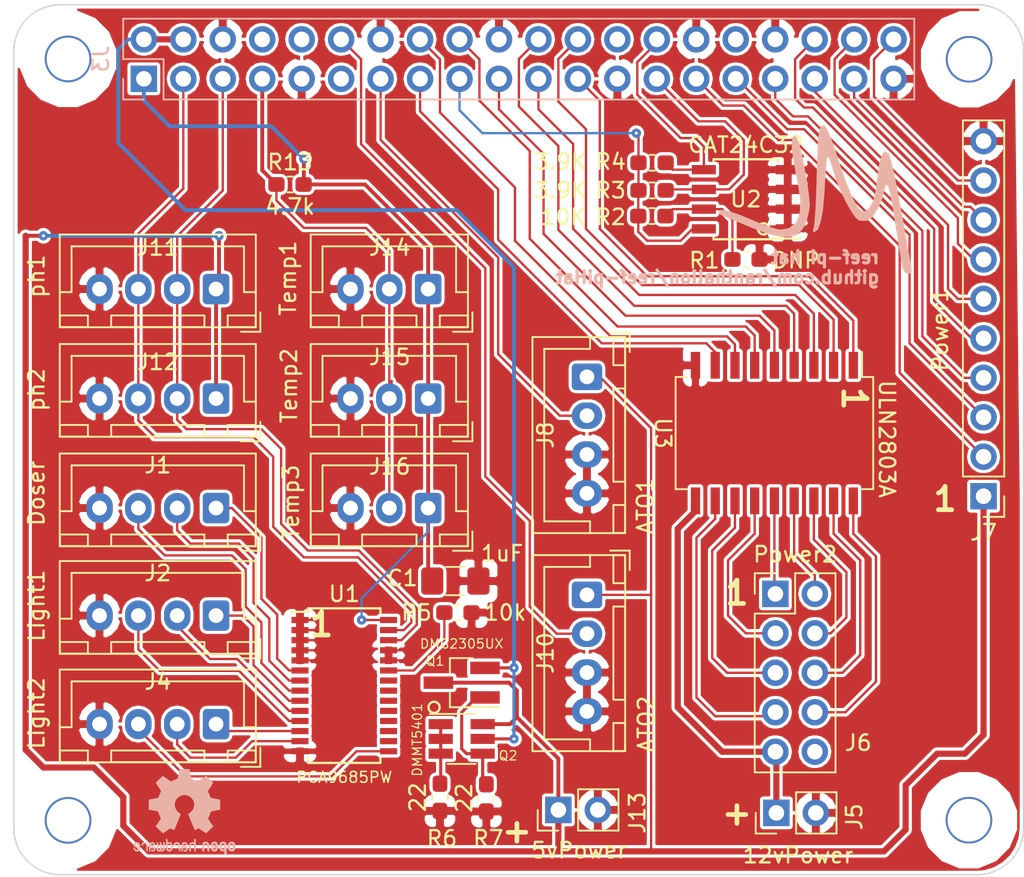
<source format=kicad_pcb>
(kicad_pcb (version 20171130) (host pcbnew "(5.0.1)-3")
  (layers (0 F.Cu signal) (31 B.Cu signal) (34 B.Paste user) (35 F.Paste user) (36 B.SilkS user) (37 F.SilkS user) (38 B.Mask user) (39 F.Mask user) (44 Edge.Cuts user))
  (net 0 "")
  (net 1 GND)
  (net 2 /ID_SD_EEPROM)
  (net 3 /ID_SC_EEPROM)
  (net 4 /P3V3_HAT)
  (net 5 /P5V)
  (net 6 "Net-(J3-Pad8)")
  (net 7 "Net-(J3-Pad10)")
  (net 8 "Net-(J3-Pad26)")
  (net 9 "Net-(J3-Pad32)")
  (net 10 "Net-(J1-Pad3)")
  (net 11 "Net-(J1-Pad2)")
  (net 12 "Net-(J1-Pad1)")
  (net 13 "Net-(J2-Pad1)")
  (net 14 "Net-(J2-Pad2)")
  (net 15 "Net-(J2-Pad3)")
  (net 16 /SDA)
  (net 17 /SCL)
  (net 18 /1WIRE)
  (net 19 /PA1)
  (net 20 /PA2)
  (net 21 /PA3)
  (net 22 /PA6)
  (net 23 /PA7)
  (net 24 /PA4)
  (net 25 /PA5)
  (net 26 /PA8)
  (net 27 /ATO2)
  (net 28 /ATO1)
  (net 29 /PB5)
  (net 30 /PB4)
  (net 31 /PB3)
  (net 32 /PB2)
  (net 33 /PB8)
  (net 34 /PB1)
  (net 35 /PB7)
  (net 36 /PB6)
  (net 37 "Net-(J4-Pad1)")
  (net 38 "Net-(J4-Pad2)")
  (net 39 "Net-(J4-Pad3)")
  (net 40 "Net-(R5-Pad1)")
  (net 41 "Net-(U1-Pad16)")
  (net 42 "Net-(U1-Pad17)")
  (net 43 "Net-(U1-Pad18)")
  (net 44 "Net-(U1-Pad22)")
  (net 45 "Net-(U1-Pad19)")
  (net 46 "Net-(U1-Pad20)")
  (net 47 "Net-(U1-Pad21)")
  (net 48 /12V)
  (net 49 "Net-(J6-Pad1)")
  (net 50 "Net-(J6-Pad2)")
  (net 51 "Net-(J6-Pad3)")
  (net 52 "Net-(J6-Pad4)")
  (net 53 "Net-(J6-Pad6)")
  (net 54 "Net-(J6-Pad7)")
  (net 55 "Net-(J6-Pad8)")
  (net 56 "Net-(J6-Pad10)")
  (net 57 "Net-(J6-Pad5)")
  (net 58 "Net-(J3-Pad11)")
  (net 59 /P5V_HAT)
  (net 60 "Net-(Q1-Pad1)")
  (net 61 "Net-(R1-Pad1)")
  (net 62 /P3V3)
  (net 63 "Net-(Q1-Pad4)")
  (module ml_logo:ML_Logo (layer B.Cu) (at 130.1115 73.279 180)
    (fp_text reference G*** hide)
    (fp_text value LOGO hide)
  )
  (module Connectors_JST:JST_XH_B03B-XH-A_1x03_P2.50mm_Vertical (layer F.Cu) (at 105.2195 86.1695 180)
    (fp_text reference J15 (at 2.4765 2.667 180) (layer F.SilkS))
    (fp_text value Temp2 (at 8.9535 0.8255 270) (layer F.SilkS))
    (pad 3 thru_hole oval (at 5 0 180) (size 1.7 1.95) (drill 0.95) (layers *.Cu *.Mask) (net 1 GND))
    (pad 2 thru_hole oval (at 2.5 0 180) (size 1.7 1.95) (drill 0.95) (layers *.Cu *.Mask) (net 18 /1WIRE))
    (pad 1 thru_hole roundrect (at 0 0 180) (size 1.7 1.95) (drill 0.95) (layers *.Cu *.Mask) (roundrect_rratio 0.147059) (net 4 /P3V3_HAT))
  )
  (module Connector_JST:JST_XH_B04B-XH-A_1x04_P2.50mm_Vertical (layer F.Cu) (at 91.567 100.1395 180)
    (fp_text reference J2 (at 3.75 2.7305 180) (layer F.SilkS))
    (fp_text value Light1 (at 11.557 0.635 270) (layer F.SilkS))
    (pad 1 thru_hole roundrect (at 0 0 180) (size 1.7 1.95) (drill 0.95) (layers *.Cu *.Mask) (roundrect_rratio 0.147059) (net 13 "Net-(J2-Pad1)"))
    (pad 2 thru_hole oval (at 2.5 0 180) (size 1.7 1.95) (drill 0.95) (layers *.Cu *.Mask) (net 14 "Net-(J2-Pad2)"))
    (pad 3 thru_hole oval (at 5 0 180) (size 1.7 1.95) (drill 0.95) (layers *.Cu *.Mask) (net 15 "Net-(J2-Pad3)"))
    (pad 4 thru_hole oval (at 7.5 0 180) (size 1.7 1.95) (drill 0.95) (layers *.Cu *.Mask) (net 1 GND))
  )
  (module Connector_PinSocket_2.54mm:PinSocket_2x20_P2.54mm_Vertical (layer B.Cu) (at 86.92 65.59 270)
    (fp_text reference J3 (at -1.27 2.77 270) (layer B.SilkS) (effects (justify mirror)))
    (fp_text value 40HAT)
    (pad 1 thru_hole rect (at 0 0 270) (size 1.7 1.7) (drill 1) (layers *.Cu *.Mask) (net 4 /P3V3_HAT))
    (pad 2 thru_hole oval (at -2.54 0 270) (size 1.7 1.7) (drill 1) (layers *.Cu *.Mask) (net 59 /P5V_HAT))
    (pad 3 thru_hole oval (at 0 -2.54 270) (size 1.7 1.7) (drill 1) (layers *.Cu *.Mask) (net 16 /SDA))
    (pad 4 thru_hole oval (at -2.54 -2.54 270) (size 1.7 1.7) (drill 1) (layers *.Cu *.Mask) (net 59 /P5V_HAT))
    (pad 5 thru_hole oval (at 0 -5.08 270) (size 1.7 1.7) (drill 1) (layers *.Cu *.Mask) (net 17 /SCL))
    (pad 6 thru_hole oval (at -2.54 -5.08 270) (size 1.7 1.7) (drill 1) (layers *.Cu *.Mask) (net 1 GND))
    (pad 7 thru_hole oval (at 0 -7.62 270) (size 1.7 1.7) (drill 1) (layers *.Cu *.Mask) (net 18 /1WIRE))
    (pad 8 thru_hole oval (at -2.54 -7.62 270) (size 1.7 1.7) (drill 1) (layers *.Cu *.Mask) (net 6 "Net-(J3-Pad8)"))
    (pad 9 thru_hole oval (at 0 -10.16 270) (size 1.7 1.7) (drill 1) (layers *.Cu *.Mask) (net 1 GND))
    (pad 10 thru_hole oval (at -2.54 -10.16 270) (size 1.7 1.7) (drill 1) (layers *.Cu *.Mask) (net 7 "Net-(J3-Pad10)"))
    (pad 11 thru_hole oval (at 0 -12.7 270) (size 1.7 1.7) (drill 1) (layers *.Cu *.Mask) (net 58 "Net-(J3-Pad11)"))
    (pad 12 thru_hole oval (at -2.54 -12.7 270) (size 1.7 1.7) (drill 1) (layers *.Cu *.Mask) (net 27 /ATO2))
    (pad 13 thru_hole oval (at 0 -15.24 270) (size 1.7 1.7) (drill 1) (layers *.Cu *.Mask) (net 28 /ATO1))
    (pad 14 thru_hole oval (at -2.54 -15.24 270) (size 1.7 1.7) (drill 1) (layers *.Cu *.Mask) (net 1 GND))
    (pad 15 thru_hole oval (at 0 -17.78 270) (size 1.7 1.7) (drill 1) (layers *.Cu *.Mask) (net 26 /PA8))
    (pad 16 thru_hole oval (at -2.54 -17.78 270) (size 1.7 1.7) (drill 1) (layers *.Cu *.Mask) (net 23 /PA7))
    (pad 17 thru_hole oval (at 0 -20.32 270) (size 1.7 1.7) (drill 1) (layers *.Cu *.Mask) (net 62 /P3V3))
    (pad 18 thru_hole oval (at -2.54 -20.32 270) (size 1.7 1.7) (drill 1) (layers *.Cu *.Mask) (net 22 /PA6))
    (pad 19 thru_hole oval (at 0 -22.86 270) (size 1.7 1.7) (drill 1) (layers *.Cu *.Mask) (net 25 /PA5))
    (pad 20 thru_hole oval (at -2.54 -22.86 270) (size 1.7 1.7) (drill 1) (layers *.Cu *.Mask) (net 1 GND))
    (pad 21 thru_hole oval (at 0 -25.4 270) (size 1.7 1.7) (drill 1) (layers *.Cu *.Mask) (net 21 /PA3))
    (pad 22 thru_hole oval (at -2.54 -25.4 270) (size 1.7 1.7) (drill 1) (layers *.Cu *.Mask) (net 24 /PA4))
    (pad 23 thru_hole oval (at 0 -27.94 270) (size 1.7 1.7) (drill 1) (layers *.Cu *.Mask) (net 19 /PA1))
    (pad 24 thru_hole oval (at -2.54 -27.94 270) (size 1.7 1.7) (drill 1) (layers *.Cu *.Mask) (net 20 /PA2))
    (pad 25 thru_hole oval (at 0 -30.48 270) (size 1.7 1.7) (drill 1) (layers *.Cu *.Mask) (net 1 GND))
    (pad 26 thru_hole oval (at -2.54 -30.48 270) (size 1.7 1.7) (drill 1) (layers *.Cu *.Mask) (net 8 "Net-(J3-Pad26)"))
    (pad 27 thru_hole oval (at 0 -33.02 270) (size 1.7 1.7) (drill 1) (layers *.Cu *.Mask) (net 2 /ID_SD_EEPROM))
    (pad 28 thru_hole oval (at -2.54 -33.02 270) (size 1.7 1.7) (drill 1) (layers *.Cu *.Mask) (net 3 /ID_SC_EEPROM))
    (pad 29 thru_hole oval (at 0 -35.56 270) (size 1.7 1.7) (drill 1) (layers *.Cu *.Mask) (net 33 /PB8))
    (pad 30 thru_hole oval (at -2.54 -35.56 270) (size 1.7 1.7) (drill 1) (layers *.Cu *.Mask) (net 1 GND))
    (pad 31 thru_hole oval (at 0 -38.1 270) (size 1.7 1.7) (drill 1) (layers *.Cu *.Mask) (net 35 /PB7))
    (pad 32 thru_hole oval (at -2.54 -38.1 270) (size 1.7 1.7) (drill 1) (layers *.Cu *.Mask) (net 9 "Net-(J3-Pad32)"))
    (pad 33 thru_hole oval (at 0 -40.64 270) (size 1.7 1.7) (drill 1) (layers *.Cu *.Mask) (net 36 /PB6))
    (pad 34 thru_hole oval (at -2.54 -40.64 270) (size 1.7 1.7) (drill 1) (layers *.Cu *.Mask) (net 1 GND))
    (pad 35 thru_hole oval (at 0 -43.18 270) (size 1.7 1.7) (drill 1) (layers *.Cu *.Mask) (net 30 /PB4))
    (pad 36 thru_hole oval (at -2.54 -43.18 270) (size 1.7 1.7) (drill 1) (layers *.Cu *.Mask) (net 29 /PB5))
    (pad 37 thru_hole oval (at 0 -45.72 270) (size 1.7 1.7) (drill 1) (layers *.Cu *.Mask) (net 32 /PB2))
    (pad 38 thru_hole oval (at -2.54 -45.72 270) (size 1.7 1.7) (drill 1) (layers *.Cu *.Mask) (net 31 /PB3))
    (pad 39 thru_hole oval (at 0 -48.26 270) (size 1.7 1.7) (drill 1) (layers *.Cu *.Mask) (net 1 GND))
    (pad 40 thru_hole oval (at -2.54 -48.26 270) (size 1.7 1.7) (drill 1) (layers *.Cu *.Mask) (net 34 /PB1))
  )
  (module project_footprints:NPTH_3mm_ID (layer F.Cu) (at 82.04 64.31)
    (fp_text reference H1 (at 0.06 0.09) (layer F.SilkS))
    (fp_text value 3mm_Mounting_Hole hide)
    (pad "" np_thru_hole circle (at 0 0) (size 3 3) (drill 2.75) (layers *.Cu *.Mask) (clearance 1.6))
  )
  (module project_footprints:NPTH_3mm_ID (layer F.Cu) (at 140.04 64.33)
    (fp_text reference H2 (at 0.06 0.09) (layer F.SilkS))
    (fp_text value 3mm_Mounting_Hole hide)
    (pad "" np_thru_hole circle (at 0 0) (size 3 3) (drill 2.75) (layers *.Cu *.Mask) (clearance 1.6))
  )
  (module project_footprints:NPTH_3mm_ID (layer F.Cu) (at 82.04 113.32)
    (fp_text reference H3 (at 0.06 0.09) (layer F.SilkS))
    (fp_text value 3mm_Mounting_Hole hide)
    (pad "" np_thru_hole circle (at 0 0) (size 3 3) (drill 2.75) (layers *.Cu *.Mask) (clearance 1.6))
  )
  (module project_footprints:NPTH_3mm_ID (layer F.Cu) (at 140.03 113.31)
    (fp_text reference H4 (at 0.06 0.09) (layer F.SilkS))
    (fp_text value 3mm_Mounting_Hole hide)
    (pad "" np_thru_hole circle (at 0 0) (size 3 3) (drill 2.75) (layers *.Cu *.Mask) (clearance 1.6))
  )
  (module Connector_JST:JST_XH_B04B-XH-A_1x04_P2.50mm_Vertical (layer F.Cu) (at 91.567 93.218 180)
    (fp_text reference J1 (at 3.75 2.75 180) (layer F.SilkS))
    (fp_text value Doser (at 11.557 0.9525 270) (layer F.SilkS))
    (pad 4 thru_hole oval (at 7.5 0 180) (size 1.7 1.95) (drill 0.95) (layers *.Cu *.Mask) (net 1 GND))
    (pad 3 thru_hole oval (at 5 0 180) (size 1.7 1.95) (drill 0.95) (layers *.Cu *.Mask) (net 10 "Net-(J1-Pad3)"))
    (pad 2 thru_hole oval (at 2.5 0 180) (size 1.7 1.95) (drill 0.95) (layers *.Cu *.Mask) (net 11 "Net-(J1-Pad2)"))
    (pad 1 thru_hole roundrect (at 0 0 180) (size 1.7 1.95) (drill 0.95) (layers *.Cu *.Mask) (roundrect_rratio 0.147059) (net 12 "Net-(J1-Pad1)"))
  )
  (module Connectors_JST:JST_XH_B04B-XH-A_1x04_P2.50mm_Vertical (layer F.Cu) (at 91.567 107.1245 180)
    (fp_text reference J4 (at 3.7465 2.7305 180) (layer F.SilkS))
    (fp_text value Light2 (at 11.557 0.6985 270) (layer F.SilkS))
    (pad 1 thru_hole roundrect (at 0 0 180) (size 1.7 1.95) (drill 0.95) (layers *.Cu *.Mask) (roundrect_rratio 0.147059) (net 37 "Net-(J4-Pad1)"))
    (pad 2 thru_hole oval (at 2.5 0 180) (size 1.7 1.95) (drill 0.95) (layers *.Cu *.Mask) (net 38 "Net-(J4-Pad2)"))
    (pad 3 thru_hole oval (at 5 0 180) (size 1.7 1.95) (drill 0.95) (layers *.Cu *.Mask) (net 39 "Net-(J4-Pad3)"))
    (pad 4 thru_hole oval (at 7.5 0 180) (size 1.7 1.95) (drill 0.95) (layers *.Cu *.Mask) (net 1 GND))
  )
  (module Connectors_JST:JST_XH_B04B-XH-A_1x04_P2.50mm_Vertical (layer F.Cu) (at 115.443 84.7725 270)
    (fp_text reference J8 (at 3.7465 2.667 270) (layer F.SilkS))
    (fp_text value ATO1 (at 8.3185 -3.7465 270) (layer F.SilkS))
    (pad 1 thru_hole roundrect (at 0 0 270) (size 1.7 1.95) (drill 0.95) (layers *.Cu *.Mask) (roundrect_rratio 0.147059) (net 5 /P5V))
    (pad 2 thru_hole oval (at 2.5 0 270) (size 1.7 1.95) (drill 0.95) (layers *.Cu *.Mask) (net 28 /ATO1))
    (pad 3 thru_hole oval (at 5 0 270) (size 1.7 1.95) (drill 0.95) (layers *.Cu *.Mask) (net 1 GND))
    (pad 4 thru_hole oval (at 7.5 0 270) (size 1.7 1.95) (drill 0.95) (layers *.Cu *.Mask) (net 1 GND))
  )
  (module Connectors_JST:JST_XH_B04B-XH-A_1x04_P2.50mm_Vertical (layer F.Cu) (at 115.443 98.806 270)
    (fp_text reference J10 (at 3.7465 2.667 270) (layer F.SilkS))
    (fp_text value ATO2 (at 8.3185 -3.81 270) (layer F.SilkS))
    (pad 4 thru_hole oval (at 7.5 0 270) (size 1.7 1.95) (drill 0.95) (layers *.Cu *.Mask) (net 1 GND))
    (pad 3 thru_hole oval (at 5 0 270) (size 1.7 1.95) (drill 0.95) (layers *.Cu *.Mask) (net 1 GND))
    (pad 2 thru_hole oval (at 2.5 0 270) (size 1.7 1.95) (drill 0.95) (layers *.Cu *.Mask) (net 27 /ATO2))
    (pad 1 thru_hole roundrect (at 0 0 270) (size 1.7 1.95) (drill 0.95) (layers *.Cu *.Mask) (roundrect_rratio 0.147059) (net 5 /P5V))
  )
  (module Connectors_JST:JST_XH_B04B-XH-A_1x04_P2.50mm_Vertical (layer F.Cu) (at 91.567 79.121 180)
    (fp_text reference J11 (at 3.75 2.667 180) (layer F.SilkS))
    (fp_text value ph1 (at 11.557 0.8255 270) (layer F.SilkS))
    (pad 1 thru_hole roundrect (at 0 0 180) (size 1.7 1.95) (drill 0.95) (layers *.Cu *.Mask) (roundrect_rratio 0.147059) (net 5 /P5V))
    (pad 2 thru_hole oval (at 2.5 0 180) (size 1.7 1.95) (drill 0.95) (layers *.Cu *.Mask) (net 17 /SCL))
    (pad 3 thru_hole oval (at 5 0 180) (size 1.7 1.95) (drill 0.95) (layers *.Cu *.Mask) (net 16 /SDA))
    (pad 4 thru_hole oval (at 7.5 0 180) (size 1.7 1.95) (drill 0.95) (layers *.Cu *.Mask) (net 1 GND))
  )
  (module Connectors_JST:JST_XH_B04B-XH-A_1x04_P2.50mm_Vertical (layer F.Cu) (at 91.567 86.1695 180)
    (fp_text reference J12 (at 3.7465 2.3495 180) (layer F.SilkS))
    (fp_text value ph2 (at 11.557 0.5715 270) (layer F.SilkS))
    (pad 4 thru_hole oval (at 7.5 0 180) (size 1.7 1.95) (drill 0.95) (layers *.Cu *.Mask) (net 1 GND))
    (pad 3 thru_hole oval (at 5 0 180) (size 1.7 1.95) (drill 0.95) (layers *.Cu *.Mask) (net 16 /SDA))
    (pad 2 thru_hole oval (at 2.5 0 180) (size 1.7 1.95) (drill 0.95) (layers *.Cu *.Mask) (net 17 /SCL))
    (pad 1 thru_hole roundrect (at 0 0 180) (size 1.7 1.95) (drill 0.95) (layers *.Cu *.Mask) (roundrect_rratio 0.147059) (net 5 /P5V))
  )
  (module Connector_PinHeader_2.54mm:PinHeader_1x02_P2.54mm_Vertical (layer F.Cu) (at 113.6015 112.649 90)
    (fp_text reference J13 (at -0.1905 5.08 270) (layer F.SilkS))
    (fp_text value 5vPower (at -2.6035 1.3335 180) (layer F.SilkS))
    (pad 1 thru_hole rect (at 0 0 90) (size 1.7 1.7) (drill 1) (layers *.Cu *.Mask) (net 5 /P5V))
    (pad 2 thru_hole oval (at 0 2.54 90) (size 1.7 1.7) (drill 1) (layers *.Cu *.Mask) (net 1 GND))
  )
  (module Connectors_JST:JST_XH_B03B-XH-A_1x03_P2.50mm_Vertical (layer F.Cu) (at 105.2195 79.121 180)
    (fp_text reference J14 (at 2.4765 2.667 180) (layer F.SilkS))
    (fp_text value Temp1 (at 9.017 0.6985 270) (layer F.SilkS))
    (pad 1 thru_hole roundrect (at 0 0 180) (size 1.7 1.95) (drill 0.95) (layers *.Cu *.Mask) (roundrect_rratio 0.147059) (net 4 /P3V3_HAT))
    (pad 2 thru_hole oval (at 2.5 0 180) (size 1.7 1.95) (drill 0.95) (layers *.Cu *.Mask) (net 18 /1WIRE))
    (pad 3 thru_hole oval (at 5 0 180) (size 1.7 1.95) (drill 0.95) (layers *.Cu *.Mask) (net 1 GND))
  )
  (module Connectors_JST:JST_XH_B03B-XH-A_1x03_P2.50mm_Vertical (layer F.Cu) (at 105.2195 93.218 180)
    (fp_text reference J16 (at 2.4765 2.667 180) (layer F.SilkS))
    (fp_text value Temp3 (at 8.8265 0.381 270) (layer F.SilkS))
    (pad 1 thru_hole roundrect (at 0 0 180) (size 1.7 1.95) (drill 0.95) (layers *.Cu *.Mask) (roundrect_rratio 0.147059) (net 4 /P3V3_HAT))
    (pad 2 thru_hole oval (at 2.5 0 180) (size 1.7 1.95) (drill 0.95) (layers *.Cu *.Mask) (net 18 /1WIRE))
    (pad 3 thru_hole oval (at 5 0 180) (size 1.7 1.95) (drill 0.95) (layers *.Cu *.Mask) (net 1 GND))
  )
  (module Resistor_SMD:R_0603_1608Metric_Pad1.05x0.95mm_HandSolder (layer F.Cu) (at 107.1385 99.949)
    (fp_text reference R5 (at -2.667 0) (layer F.SilkS))
    (fp_text value 10k (at 3.034 0) (layer F.SilkS))
    (pad 1 smd roundrect (at -0.875 0) (size 1.05 0.95) (layers F.Cu F.Paste F.Mask) (net 40 "Net-(R5-Pad1)"))
    (pad 2 smd roundrect (at 0.875 0) (size 1.05 0.95) (layers F.Cu F.Paste F.Mask) (net 1 GND))
  )
  (module Resistor_SMD:R_0603_1608Metric_Pad1.05x0.95mm_HandSolder (layer F.Cu) (at 96.3295 72.39)
    (fp_text reference R13 (at 0 -1.43) (layer F.SilkS))
    (fp_text value 4.7k (at 0 1.43) (layer F.SilkS))
    (pad 2 smd roundrect (at 0.875 0) (size 1.05 0.95) (layers F.Cu F.Paste F.Mask) (net 4 /P3V3_HAT))
    (pad 1 smd roundrect (at -0.875 0) (size 1.05 0.95) (layers F.Cu F.Paste F.Mask) (net 18 /1WIRE))
  )
  (module Package_SO:TSSOP-28_4.4x9.7mm_P0.65mm (layer F.Cu) (at 99.822 104.648)
    (fp_text reference U1 (at 0 -5.9) (layer F.SilkS))
    (fp_text value PCA9685PW (at 0 5.9) (layer F.SilkS) (effects (font (size 0.7 0.7) (thickness 0.1))))
    (pad 1 smd rect (at -2.85 -4.225) (size 1.1 0.4) (layers F.Cu F.Paste F.Mask) (net 1 GND))
    (pad 2 smd rect (at -2.85 -3.575) (size 1.1 0.4) (layers F.Cu F.Paste F.Mask) (net 1 GND))
    (pad 3 smd rect (at -2.85 -2.925) (size 1.1 0.4) (layers F.Cu F.Paste F.Mask) (net 1 GND))
    (pad 4 smd rect (at -2.85 -2.275) (size 1.1 0.4) (layers F.Cu F.Paste F.Mask) (net 1 GND))
    (pad 5 smd rect (at -2.85 -1.625) (size 1.1 0.4) (layers F.Cu F.Paste F.Mask) (net 1 GND))
    (pad 6 smd rect (at -2.85 -0.975) (size 1.1 0.4) (layers F.Cu F.Paste F.Mask) (net 12 "Net-(J1-Pad1)"))
    (pad 7 smd rect (at -2.85 -0.325) (size 1.1 0.4) (layers F.Cu F.Paste F.Mask) (net 11 "Net-(J1-Pad2)"))
    (pad 8 smd rect (at -2.85 0.325) (size 1.1 0.4) (layers F.Cu F.Paste F.Mask) (net 10 "Net-(J1-Pad3)"))
    (pad 9 smd rect (at -2.85 0.975) (size 1.1 0.4) (layers F.Cu F.Paste F.Mask) (net 13 "Net-(J2-Pad1)"))
    (pad 10 smd rect (at -2.85 1.625) (size 1.1 0.4) (layers F.Cu F.Paste F.Mask) (net 14 "Net-(J2-Pad2)"))
    (pad 11 smd rect (at -2.85 2.275) (size 1.1 0.4) (layers F.Cu F.Paste F.Mask) (net 15 "Net-(J2-Pad3)"))
    (pad 12 smd rect (at -2.85 2.925) (size 1.1 0.4) (layers F.Cu F.Paste F.Mask) (net 37 "Net-(J4-Pad1)"))
    (pad 13 smd rect (at -2.85 3.575) (size 1.1 0.4) (layers F.Cu F.Paste F.Mask) (net 38 "Net-(J4-Pad2)"))
    (pad 14 smd rect (at -2.85 4.225) (size 1.1 0.4) (layers F.Cu F.Paste F.Mask) (net 1 GND))
    (pad 15 smd rect (at 2.85 4.225) (size 1.1 0.4) (layers F.Cu F.Paste F.Mask) (net 39 "Net-(J4-Pad3)"))
    (pad 16 smd rect (at 2.85 3.575) (size 1.1 0.4) (layers F.Cu F.Paste F.Mask) (net 41 "Net-(U1-Pad16)"))
    (pad 17 smd rect (at 2.85 2.925) (size 1.1 0.4) (layers F.Cu F.Paste F.Mask) (net 42 "Net-(U1-Pad17)"))
    (pad 18 smd rect (at 2.85 2.275) (size 1.1 0.4) (layers F.Cu F.Paste F.Mask) (net 43 "Net-(U1-Pad18)"))
    (pad 19 smd rect (at 2.85 1.625) (size 1.1 0.4) (layers F.Cu F.Paste F.Mask) (net 45 "Net-(U1-Pad19)"))
    (pad 20 smd rect (at 2.85 0.975) (size 1.1 0.4) (layers F.Cu F.Paste F.Mask) (net 46 "Net-(U1-Pad20)"))
    (pad 21 smd rect (at 2.85 0.325) (size 1.1 0.4) (layers F.Cu F.Paste F.Mask) (net 47 "Net-(U1-Pad21)"))
    (pad 22 smd rect (at 2.85 -0.325) (size 1.1 0.4) (layers F.Cu F.Paste F.Mask) (net 44 "Net-(U1-Pad22)"))
    (pad 23 smd rect (at 2.85 -0.975) (size 1.1 0.4) (layers F.Cu F.Paste F.Mask) (net 40 "Net-(R5-Pad1)"))
    (pad 24 smd rect (at 2.85 -1.625) (size 1.1 0.4) (layers F.Cu F.Paste F.Mask) (net 1 GND))
    (pad 25 smd rect (at 2.85 -2.275) (size 1.1 0.4) (layers F.Cu F.Paste F.Mask) (net 1 GND))
    (pad 26 smd rect (at 2.85 -2.925) (size 1.1 0.4) (layers F.Cu F.Paste F.Mask) (net 17 /SCL))
    (pad 27 smd rect (at 2.85 -3.575) (size 1.1 0.4) (layers F.Cu F.Paste F.Mask) (net 16 /SDA))
    (pad 28 smd rect (at 2.85 -4.225) (size 1.1 0.4) (layers F.Cu F.Paste F.Mask) (net 4 /P3V3_HAT))
  )
  (module Package_SO:SOP-18_7.0x12.5mm_P1.27mm (layer F.Cu) (at 127.508 88.392 270)
    (fp_text reference U3 (at 0 7.1755 270 unlocked) (layer F.SilkS))
    (fp_text value ULN2803A (at 0.381 -7.239 270 unlocked) (layer F.SilkS))
    (pad 1 smd rect (at -4.3625 -5.08 270) (size 1.725 0.6) (layers F.Cu F.Paste F.Mask) (net 19 /PA1))
    (pad 2 smd rect (at -4.3625 -3.81 270) (size 1.725 0.6) (layers F.Cu F.Paste F.Mask) (net 20 /PA2))
    (pad 3 smd rect (at -4.3625 -2.54 270) (size 1.725 0.6) (layers F.Cu F.Paste F.Mask) (net 21 /PA3))
    (pad 4 smd rect (at -4.3625 -1.27 270) (size 1.725 0.6) (layers F.Cu F.Paste F.Mask) (net 24 /PA4))
    (pad 5 smd rect (at -4.3625 0 270) (size 1.725 0.6) (layers F.Cu F.Paste F.Mask) (net 25 /PA5))
    (pad 6 smd rect (at -4.3625 1.27 270) (size 1.725 0.6) (layers F.Cu F.Paste F.Mask) (net 22 /PA6))
    (pad 7 smd rect (at -4.3625 2.54 270) (size 1.725 0.6) (layers F.Cu F.Paste F.Mask) (net 23 /PA7))
    (pad 8 smd rect (at -4.3625 3.81 270) (size 1.725 0.6) (layers F.Cu F.Paste F.Mask) (net 26 /PA8))
    (pad 9 smd rect (at -4.3625 5.08 270) (size 1.725 0.6) (layers F.Cu F.Paste F.Mask) (net 1 GND))
    (pad 18 smd rect (at 4.3625 -5.08 270) (size 1.725 0.6) (layers F.Cu F.Paste F.Mask) (net 55 "Net-(J6-Pad8)"))
    (pad 17 smd rect (at 4.3625 -3.81 270) (size 1.725 0.6) (layers F.Cu F.Paste F.Mask) (net 53 "Net-(J6-Pad6)"))
    (pad 16 smd rect (at 4.3625 -2.54 270) (size 1.725 0.6) (layers F.Cu F.Paste F.Mask) (net 52 "Net-(J6-Pad4)"))
    (pad 15 smd rect (at 4.3625 -1.27 270) (size 1.725 0.6) (layers F.Cu F.Paste F.Mask) (net 50 "Net-(J6-Pad2)"))
    (pad 14 smd rect (at 4.3625 0 270) (size 1.725 0.6) (layers F.Cu F.Paste F.Mask) (net 49 "Net-(J6-Pad1)"))
    (pad 13 smd rect (at 4.3625 1.27 270) (size 1.725 0.6) (layers F.Cu F.Paste F.Mask) (net 51 "Net-(J6-Pad3)"))
    (pad 12 smd rect (at 4.3625 2.54 270) (size 1.725 0.6) (layers F.Cu F.Paste F.Mask) (net 57 "Net-(J6-Pad5)"))
    (pad 11 smd rect (at 4.3625 3.81 270) (size 1.725 0.6) (layers F.Cu F.Paste F.Mask) (net 54 "Net-(J6-Pad7)"))
    (pad 10 smd rect (at 4.3625 5.08 270) (size 1.725 0.6) (layers F.Cu F.Paste F.Mask) (net 48 /12V))
  )
  (module Capacitor_SMD:C_1206_3216Metric_Pad1.42x1.75mm_HandSolder (layer F.Cu) (at 106.9705 97.917)
    (fp_text reference C1 (at -3.402 -0.1905) (layer F.SilkS))
    (fp_text value 1uF (at 3.0115 -1.778) (layer F.SilkS))
    (pad 1 smd roundrect (at -1.4875 0) (size 1.425 1.75) (layers F.Cu F.Paste F.Mask) (roundrect_rratio 0.175439) (net 4 /P3V3_HAT))
    (pad 2 smd roundrect (at 1.4875 0) (size 1.425 1.75) (layers F.Cu F.Paste F.Mask) (roundrect_rratio 0.175439) (net 1 GND))
  )
  (module Connector_PinHeader_2.54mm:PinHeader_1x10_P2.54mm_Vertical (layer F.Cu) (at 140.97 92.456 180)
    (fp_text reference J7 (at 0 -2.33 180) (layer F.SilkS))
    (fp_text value Power1 (at 2.794 10.7315 270) (layer F.SilkS))
    (pad 1 thru_hole rect (at 0 0 180) (size 1.7 1.7) (drill 1) (layers *.Cu *.Mask) (net 5 /P5V))
    (pad 2 thru_hole oval (at 0 2.54 180) (size 1.7 1.7) (drill 1) (layers *.Cu *.Mask) (net 33 /PB8))
    (pad 3 thru_hole oval (at 0 5.08 180) (size 1.7 1.7) (drill 1) (layers *.Cu *.Mask) (net 35 /PB7))
    (pad 4 thru_hole oval (at 0 7.62 180) (size 1.7 1.7) (drill 1) (layers *.Cu *.Mask) (net 36 /PB6))
    (pad 5 thru_hole oval (at 0 10.16 180) (size 1.7 1.7) (drill 1) (layers *.Cu *.Mask) (net 29 /PB5))
    (pad 6 thru_hole oval (at 0 12.7 180) (size 1.7 1.7) (drill 1) (layers *.Cu *.Mask) (net 30 /PB4))
    (pad 7 thru_hole oval (at 0 15.24 180) (size 1.7 1.7) (drill 1) (layers *.Cu *.Mask) (net 31 /PB3))
    (pad 8 thru_hole oval (at 0 17.78 180) (size 1.7 1.7) (drill 1) (layers *.Cu *.Mask) (net 32 /PB2))
    (pad 9 thru_hole oval (at 0 20.32 180) (size 1.7 1.7) (drill 1) (layers *.Cu *.Mask) (net 34 /PB1))
    (pad 10 thru_hole oval (at 0 22.86 180) (size 1.7 1.7) (drill 1) (layers *.Cu *.Mask) (net 1 GND))
  )
  (module Connector_PinHeader_2.54mm:PinHeader_1x02_P2.54mm_Vertical (layer F.Cu) (at 127.635 112.8395 90)
    (fp_text reference J5 (at -0.254 5.0165 90) (layer F.SilkS))
    (fp_text value 12vPower (at -2.7305 1.397 180) (layer F.SilkS))
    (pad 1 thru_hole rect (at 0 0 90) (size 1.7 1.7) (drill 1) (layers *.Cu *.Mask) (net 48 /12V))
    (pad 2 thru_hole oval (at 0 2.54 90) (size 1.7 1.7) (drill 1) (layers *.Cu *.Mask) (net 1 GND))
  )
  (module Connector_PinHeader_2.54mm:PinHeader_2x05_P2.54mm_Vertical (layer F.Cu) (at 127.5715 98.7425)
    (fp_text reference J6 (at 5.334 9.5885) (layer F.SilkS))
    (fp_text value Power2 (at 1.27 -2.54) (layer F.SilkS))
    (pad 1 thru_hole rect (at 0 0) (size 1.7 1.7) (drill 1) (layers *.Cu *.Mask) (net 49 "Net-(J6-Pad1)"))
    (pad 2 thru_hole oval (at 2.54 0) (size 1.7 1.7) (drill 1) (layers *.Cu *.Mask) (net 50 "Net-(J6-Pad2)"))
    (pad 3 thru_hole oval (at 0 2.54) (size 1.7 1.7) (drill 1) (layers *.Cu *.Mask) (net 51 "Net-(J6-Pad3)"))
    (pad 4 thru_hole oval (at 2.54 2.54) (size 1.7 1.7) (drill 1) (layers *.Cu *.Mask) (net 52 "Net-(J6-Pad4)"))
    (pad 5 thru_hole oval (at 0 5.08) (size 1.7 1.7) (drill 1) (layers *.Cu *.Mask) (net 57 "Net-(J6-Pad5)"))
    (pad 6 thru_hole oval (at 2.54 5.08) (size 1.7 1.7) (drill 1) (layers *.Cu *.Mask) (net 53 "Net-(J6-Pad6)"))
    (pad 7 thru_hole oval (at 0 7.62) (size 1.7 1.7) (drill 1) (layers *.Cu *.Mask) (net 54 "Net-(J6-Pad7)"))
    (pad 8 thru_hole oval (at 2.54 7.62) (size 1.7 1.7) (drill 1) (layers *.Cu *.Mask) (net 55 "Net-(J6-Pad8)"))
    (pad 9 thru_hole oval (at 0 10.16) (size 1.7 1.7) (drill 1) (layers *.Cu *.Mask) (net 48 /12V))
    (pad 10 thru_hole oval (at 2.54 10.16) (size 1.7 1.7) (drill 1) (layers *.Cu *.Mask) (net 56 "Net-(J6-Pad10)"))
  )
  (module Symbol:OSHW-Logo2_7.3x6mm_SilkScreen (layer B.Cu) (at 89.535 112.776 180)
    (fp_text reference REF** hide)
    (fp_text value OSHW-Logo2_7.3x6mm_SilkScreen hide)
  )
  (module Package_TO_SOT_SMD:SOT-23-6_Handsoldering (layer F.Cu) (at 107.3785 108.077)
    (fp_text reference Q1 (at -1.7145 -5.0165 180) (layer F.SilkS) (effects (font (size 0.6 0.6) (thickness 0.08))))
    (fp_text value DMMT5401 (at -2.8575 0.0635 90 unlocked) (layer F.SilkS) (effects (font (size 0.6 0.6) (thickness 0.08))))
    (pad 1 smd rect (at -1.35 -0.95) (size 1.56 0.65) (layers F.Cu F.Paste F.Mask) (net 60 "Net-(Q1-Pad1)"))
    (pad 2 smd rect (at -1.35 0) (size 1.56 0.65) (layers F.Cu F.Paste F.Mask) (net 60 "Net-(Q1-Pad1)"))
    (pad 3 smd rect (at -1.35 0.95) (size 1.56 0.65) (layers F.Cu F.Paste F.Mask) (net 60 "Net-(Q1-Pad1)"))
    (pad 4 smd rect (at 1.35 0.95) (size 1.56 0.65) (layers F.Cu F.Paste F.Mask) (net 63 "Net-(Q1-Pad4)"))
    (pad 6 smd rect (at 1.35 -0.95) (size 1.56 0.65) (layers F.Cu F.Paste F.Mask) (net 5 /P5V))
    (pad 5 smd rect (at 1.35 0) (size 1.56 0.65) (layers F.Cu F.Paste F.Mask) (net 59 /P5V_HAT))
  )
  (module Package_TO_SOT_SMD:SOT-23_Handsoldering (layer F.Cu) (at 107.3785 104.4575 180)
    (fp_text reference Q2 (at -2.9845 -4.699 180) (layer F.SilkS) (effects (font (size 0.6 0.6) (thickness 0.08))))
    (fp_text value DMG2305UX (at 0 2.5 180) (layer F.SilkS) (effects (font (size 0.6 0.6) (thickness 0.08))))
    (pad 1 smd rect (at -1.5 -0.95 180) (size 1.9 0.8) (layers F.Cu F.Paste F.Mask) (net 63 "Net-(Q1-Pad4)"))
    (pad 2 smd rect (at -1.5 0.95 180) (size 1.9 0.8) (layers F.Cu F.Paste F.Mask) (net 59 /P5V_HAT))
    (pad 3 smd rect (at 1.5 0 180) (size 1.9 0.8) (layers F.Cu F.Paste F.Mask) (net 5 /P5V))
  )
  (module Package_SO:SOIC-8_3.9x4.9mm_P1.27mm (layer F.Cu) (at 125.6665 73.3425 180)
    (fp_text reference U2 (at 0 0 180) (layer F.SilkS))
    (fp_text value CAT24C32 (at 0 3.5 180) (layer F.SilkS))
    (pad 1 smd rect (at -2.7 -1.905 180) (size 1.55 0.6) (layers F.Cu F.Paste F.Mask) (net 1 GND))
    (pad 2 smd rect (at -2.7 -0.635 180) (size 1.55 0.6) (layers F.Cu F.Paste F.Mask) (net 1 GND))
    (pad 3 smd rect (at -2.7 0.635 180) (size 1.55 0.6) (layers F.Cu F.Paste F.Mask) (net 1 GND))
    (pad 4 smd rect (at -2.7 1.905 180) (size 1.55 0.6) (layers F.Cu F.Paste F.Mask) (net 1 GND))
    (pad 5 smd rect (at 2.7 1.905 180) (size 1.55 0.6) (layers F.Cu F.Paste F.Mask) (net 3 /ID_SC_EEPROM))
    (pad 6 smd rect (at 2.7 0.635 180) (size 1.55 0.6) (layers F.Cu F.Paste F.Mask) (net 2 /ID_SD_EEPROM))
    (pad 7 smd rect (at 2.7 -0.635 180) (size 1.55 0.6) (layers F.Cu F.Paste F.Mask) (net 61 "Net-(R1-Pad1)"))
    (pad 8 smd rect (at 2.7 -1.905 180) (size 1.55 0.6) (layers F.Cu F.Paste F.Mask) (net 62 /P3V3))
  )
  (module Resistor_SMD:R_0603_1608Metric_Pad1.05x0.95mm_HandSolder (layer F.Cu) (at 125.6805 77.216)
    (fp_text reference R1 (at -2.681 0.0635) (layer F.SilkS))
    (fp_text value DNP (at 3.2245 0.0635) (layer F.SilkS))
    (pad 1 smd roundrect (at -0.875 0) (size 1.05 0.95) (layers F.Cu F.Paste F.Mask) (net 61 "Net-(R1-Pad1)"))
    (pad 2 smd roundrect (at 0.875 0) (size 1.05 0.95) (layers F.Cu F.Paste F.Mask) (net 1 GND))
  )
  (module Resistor_SMD:R_0603_1608Metric_Pad1.05x0.95mm_HandSolder (layer F.Cu) (at 119.62 74.422)
    (fp_text reference R2 (at -2.653 0.0635) (layer F.SilkS))
    (fp_text value 10K (at -5.701 0.0635) (layer F.SilkS))
    (pad 2 smd roundrect (at 0.875 0) (size 1.05 0.95) (layers F.Cu F.Paste F.Mask) (net 61 "Net-(R1-Pad1)"))
    (pad 1 smd roundrect (at -0.875 0) (size 1.05 0.95) (layers F.Cu F.Paste F.Mask) (net 62 /P3V3))
  )
  (module Resistor_SMD:R_0603_1608Metric_Pad1.05x0.95mm_HandSolder (layer F.Cu) (at 119.634 72.771)
    (fp_text reference R3 (at -2.667 0) (layer F.SilkS))
    (fp_text value 3.9K (at -5.9055 0) (layer F.SilkS))
    (pad 2 smd roundrect (at 0.875 0) (size 1.05 0.95) (layers F.Cu F.Paste F.Mask) (net 2 /ID_SD_EEPROM))
    (pad 1 smd roundrect (at -0.875 0) (size 1.05 0.95) (layers F.Cu F.Paste F.Mask) (net 62 /P3V3))
  )
  (module Resistor_SMD:R_0603_1608Metric_Pad1.05x0.95mm_HandSolder (layer F.Cu) (at 119.634 70.993)
    (fp_text reference R4 (at -2.667 -0.0635) (layer F.SilkS))
    (fp_text value 3.9K (at -5.9055 -0.0635) (layer F.SilkS))
    (pad 1 smd roundrect (at -0.875 0) (size 1.05 0.95) (layers F.Cu F.Paste F.Mask) (net 62 /P3V3))
    (pad 2 smd roundrect (at 0.875 0) (size 1.05 0.95) (layers F.Cu F.Paste F.Mask) (net 3 /ID_SC_EEPROM))
  )
  (module Resistor_SMD:R_0603_1608Metric_Pad1.05x0.95mm_HandSolder (layer F.Cu) (at 105.9815 111.8375 270)
    (fp_text reference R6 (at 2.653 -0.127) (layer F.SilkS))
    (fp_text value 22 (at 0 1.43 270) (layer F.SilkS))
    (pad 2 smd roundrect (at 0.875 0 270) (size 1.05 0.95) (layers F.Cu F.Paste F.Mask) (net 1 GND))
    (pad 1 smd roundrect (at -0.875 0 270) (size 1.05 0.95) (layers F.Cu F.Paste F.Mask) (net 60 "Net-(Q1-Pad1)"))
  )
  (module Resistor_SMD:R_0603_1608Metric_Pad1.05x0.95mm_HandSolder (layer F.Cu) (at 108.966 111.873 270)
    (fp_text reference R7 (at 2.6175 -0.127) (layer F.SilkS))
    (fp_text value 22 (at 0 1.43 270) (layer F.SilkS))
    (pad 1 smd roundrect (at -0.875 0 270) (size 1.05 0.95) (layers F.Cu F.Paste F.Mask) (net 63 "Net-(Q1-Pad4)"))
    (pad 2 smd roundrect (at 0.875 0 270) (size 1.05 0.95) (layers F.Cu F.Paste F.Mask) (net 1 GND))
  )
  (gr_circle (center 105.6005 106.045) (end 105.8545 106.299) (layer F.SilkS) (width 0.15))
  (gr_circle (center 126.8095 75.2475) (end 127.0635 75.5015) (layer F.SilkS) (width 0.15))
  (gr_text "reef-pi hat\ngithub.com/ranthalion/reef-piHat" (at 134.366 77.724) (layer B.SilkS) (effects (font (size 0.8 0.8) (thickness 0.2)) (justify left mirror)))
  (gr_text 1 (at 132.6515 86.1695 270) (layer F.SilkS) (effects (font (size 1.5 1.5) (thickness 0.3))))
  (gr_text 1 (at 98.3615 100.711) (layer F.SilkS) (effects (font (size 1.5 1.5) (thickness 0.3))))
  (gr_text 1 (at 138.4935 92.6465) (layer F.SilkS) (effects (font (size 1.5 1.5) (thickness 0.3))))
  (gr_text 1 (at 125.095 98.679) (layer F.SilkS) (effects (font (size 1.5 1.5) (thickness 0.3))))
  (gr_text + (at 110.9345 113.9825) (layer F.SilkS) (effects (font (size 1.5 1.5) (thickness 0.3))))
  (gr_text + (at 125.095 112.8395) (layer F.SilkS) (effects (font (size 1.5 1.5) (thickness 0.3))))
  (gr_line (start 78.546356 63.817611) (end 78.546356 113.817611) (layer Edge.Cuts) (width 0.1))
  (gr_arc (start 81.546356 63.817611) (end 81.546356 60.817611) (angle -90) (layer Edge.Cuts) (width 0.1))
  (gr_line (start 140.546356 60.817611) (end 81.546356 60.817611) (layer Edge.Cuts) (width 0.1))
  (gr_arc (start 140.546356 63.817611) (end 143.546356 63.817611) (angle -90) (layer Edge.Cuts) (width 0.1))
  (gr_line (start 143.546356 113.817611) (end 143.546356 63.817611) (layer Edge.Cuts) (width 0.1))
  (gr_arc (start 81.546356 113.817611) (end 78.546356 113.817611) (angle -90) (layer Edge.Cuts) (width 0.1))
  (gr_line (start 81.546356 116.817611) (end 140.546356 116.817611) (layer Edge.Cuts) (width 0.1))
  (gr_arc (start 140.546356 113.817611) (end 140.546356 116.817611) (angle -89.9) (layer Edge.Cuts) (width 0.1))
  (segment (start 96.972 103.023) (end 96.972 102.373) (width 0.25) (layer F.Cu) (net 1))
  (segment (start 115.316 91.48) (end 115.191 91.48) (width 0.15) (layer F.Cu) (net 1))
  (segment (start 96.972 103.023) (end 98.018 103.023) (width 0.15) (layer F.Cu) (net 1))
  (segment (start 98.018 103.023) (end 98.6155 102.4255) (width 0.15) (layer F.Cu) (net 1))
  (segment (start 98.2005 100.423) (end 96.972 100.423) (width 0.15) (layer F.Cu) (net 1))
  (segment (start 98.6155 100.838) (end 98.2005 100.423) (width 0.15) (layer F.Cu) (net 1))
  (segment (start 98.5965 101.073) (end 98.6155 101.092) (width 0.15) (layer F.Cu) (net 1))
  (segment (start 96.972 101.073) (end 98.5965 101.073) (width 0.15) (layer F.Cu) (net 1))
  (segment (start 98.6155 101.092) (end 98.6155 100.838) (width 0.15) (layer F.Cu) (net 1))
  (segment (start 98.6115 101.723) (end 98.6155 101.727) (width 0.15) (layer F.Cu) (net 1))
  (segment (start 96.972 101.723) (end 98.6115 101.723) (width 0.15) (layer F.Cu) (net 1))
  (segment (start 98.6155 101.727) (end 98.6155 101.092) (width 0.15) (layer F.Cu) (net 1))
  (segment (start 98.541 102.373) (end 98.6155 102.2985) (width 0.15) (layer F.Cu) (net 1))
  (segment (start 96.972 102.373) (end 98.541 102.373) (width 0.15) (layer F.Cu) (net 1))
  (segment (start 98.6155 102.4255) (end 98.6155 102.2985) (width 0.15) (layer F.Cu) (net 1))
  (segment (start 98.6155 102.2985) (end 98.6155 101.727) (width 0.15) (layer F.Cu) (net 1))
  (segment (start 102.672 102.373) (end 103.875 102.373) (width 0.15) (layer F.Cu) (net 1))
  (segment (start 103.875 102.373) (end 104.0765 102.5745) (width 0.15) (layer F.Cu) (net 1))
  (segment (start 104.0765 102.5745) (end 104.0765 102.8065) (width 0.15) (layer F.Cu) (net 1))
  (segment (start 103.86 103.023) (end 102.672 103.023) (width 0.15) (layer F.Cu) (net 1))
  (segment (start 104.0765 102.8065) (end 103.86 103.023) (width 0.15) (layer F.Cu) (net 1))
  (segment (start 119.94 66.06) (end 119.94 65.59) (width 0.25) (layer B.Cu) (net 2))
  (segment (start 120.5725 72.7075) (end 120.509 72.771) (width 0.15) (layer F.Cu) (net 2))
  (segment (start 122.9665 72.7075) (end 120.5725 72.7075) (width 0.15) (layer F.Cu) (net 2))
  (segment (start 119.94 65.59) (end 119.94 65.6475) (width 0.15) (layer F.Cu) (net 2))
  (segment (start 119.94 65.6475) (end 122.6185 68.326) (width 0.15) (layer F.Cu) (net 2))
  (segment (start 122.6185 68.326) (end 124.333 68.326) (width 0.15) (layer F.Cu) (net 2))
  (segment (start 122.9665 72.7075) (end 124.587 72.7075) (width 0.15) (layer F.Cu) (net 2))
  (segment (start 124.587 72.7075) (end 125.5395 71.755) (width 0.15) (layer F.Cu) (net 2))
  (segment (start 125.5395 69.5325) (end 124.333 68.326) (width 0.15) (layer F.Cu) (net 2))
  (segment (start 125.5395 71.755) (end 125.5395 69.5325) (width 0.15) (layer F.Cu) (net 2))
  (segment (start 120.9535 71.4375) (end 120.509 70.993) (width 0.15) (layer F.Cu) (net 3))
  (segment (start 122.9665 71.4375) (end 120.9535 71.4375) (width 0.15) (layer F.Cu) (net 3))
  (segment (start 119.94 63.05) (end 119.94 63.2575) (width 0.15) (layer F.Cu) (net 3))
  (segment (start 119.94 63.2575) (end 118.6815 64.516) (width 0.15) (layer F.Cu) (net 3))
  (segment (start 118.6815 64.516) (end 118.6815 66.6115) (width 0.15) (layer F.Cu) (net 3))
  (segment (start 118.6815 66.6115) (end 121.4755 69.4055) (width 0.15) (layer F.Cu) (net 3))
  (segment (start 121.4755 69.4055) (end 122.428 69.4055) (width 0.15) (layer F.Cu) (net 3))
  (segment (start 122.9665 69.944) (end 122.9665 71.4375) (width 0.15) (layer F.Cu) (net 3))
  (segment (start 122.428 69.4055) (end 122.9665 69.944) (width 0.15) (layer F.Cu) (net 3))
  (segment (start 86.92 65.59) (end 86.92 66.981) (width 0.25) (layer B.Cu) (net 4))
  (segment (start 86.92 66.981) (end 88.5825 68.6435) (width 0.25) (layer B.Cu) (net 4))
  (segment (start 88.5825 68.6435) (end 95.123 68.6435) (width 0.25) (layer B.Cu) (net 4))
  (segment (start 95.123 68.6435) (end 97.2185 70.739) (width 0.25) (layer B.Cu) (net 4))
  (segment (start 97.2185 70.739) (end 97.282 70.8025) (width 0.25) (layer B.Cu) (net 4))
  (segment (start 97.2185 70.739) (end 97.2185 70.739) (width 0.25) (layer B.Cu) (net 4))
  (via (at 97.2185 70.739) (size 0.6) (drill 0.2) (layers F.Cu B.Cu) (net 4))
  (segment (start 97.2185 72.376) (end 97.2045 72.39) (width 0.25) (layer F.Cu) (net 4))
  (segment (start 97.2185 70.739) (end 97.2185 72.376) (width 0.25) (layer F.Cu) (net 4))
  (segment (start 102.672 100.423) (end 100.9355 100.423) (width 0.15) (layer F.Cu) (net 4))
  (segment (start 100.9355 100.423) (end 100.9355 100.423) (width 0.15) (layer F.Cu) (net 4))
  (segment (start 105.2195 79.121) (end 105.2195 76.454) (width 0.25) (layer F.Cu) (net 4))
  (segment (start 101.1555 72.39) (end 97.2045 72.39) (width 0.25) (layer F.Cu) (net 4))
  (segment (start 105.2195 76.454) (end 101.1555 72.39) (width 0.25) (layer F.Cu) (net 4))
  (segment (start 105.2195 86.1695) (end 105.2195 79.121) (width 0.25) (layer F.Cu) (net 4))
  (segment (start 105.2195 93.218) (end 105.2195 86.1695) (width 0.25) (layer F.Cu) (net 4))
  (via (at 100.9355 100.423) (size 0.6) (drill 0.2) (layers F.Cu B.Cu) (net 4))
  (segment (start 100.9355 99.026) (end 100.9355 100.423) (width 0.15) (layer B.Cu) (net 4))
  (segment (start 105.2195 93.218) (end 105.2195 94.742) (width 0.15) (layer B.Cu) (net 4))
  (segment (start 105.2195 94.742) (end 100.9355 99.026) (width 0.15) (layer B.Cu) (net 4))
  (segment (start 105.2195 97.6535) (end 105.483 97.917) (width 0.25) (layer F.Cu) (net 4))
  (segment (start 105.2195 93.218) (end 105.2195 97.6535) (width 0.25) (layer F.Cu) (net 4))
  (segment (start 91.7575 75.692) (end 91.7575 75.692) (width 0.25) (layer B.Cu) (net 5))
  (via (at 91.7575 75.692) (size 0.6) (drill 0.2) (layers F.Cu B.Cu) (net 5))
  (segment (start 91.7575 78.9305) (end 91.567 79.121) (width 0.25) (layer F.Cu) (net 5))
  (segment (start 91.7575 75.692) (end 91.7575 78.9305) (width 0.25) (layer F.Cu) (net 5))
  (segment (start 91.567 79.121) (end 91.567 86.1695) (width 0.25) (layer F.Cu) (net 5))
  (segment (start 106.8705 115.316) (end 87.249 115.316) (width 0.4) (layer F.Cu) (net 5))
  (segment (start 87.249 115.316) (end 85.598 113.665) (width 0.4) (layer F.Cu) (net 5))
  (segment (start 85.598 113.665) (end 85.598 111.8235) (width 0.4) (layer F.Cu) (net 5))
  (segment (start 83.693 109.9185) (end 80.4545 109.9185) (width 0.4) (layer F.Cu) (net 5))
  (segment (start 85.598 111.8235) (end 83.693 109.9185) (width 0.4) (layer F.Cu) (net 5))
  (segment (start 79.3115 108.7755) (end 80.4545 109.9185) (width 0.4) (layer F.Cu) (net 5))
  (segment (start 140.97 107.823) (end 140.97 92.456) (width 0.4) (layer F.Cu) (net 5))
  (segment (start 134.5565 115.316) (end 135.9535 113.919) (width 0.4) (layer F.Cu) (net 5))
  (segment (start 135.9535 113.919) (end 135.9535 111.0615) (width 0.4) (layer F.Cu) (net 5))
  (segment (start 135.9535 111.0615) (end 137.9855 109.0295) (width 0.4) (layer F.Cu) (net 5))
  (segment (start 137.9855 109.0295) (end 139.7635 109.0295) (width 0.4) (layer F.Cu) (net 5))
  (segment (start 139.7635 109.0295) (end 140.97 107.823) (width 0.4) (layer F.Cu) (net 5))
  (segment (start 91.7575 75.692) (end 80.4545 75.692) (width 0.25) (layer B.Cu) (net 5))
  (segment (start 80.4545 75.692) (end 80.4545 75.692) (width 0.25) (layer B.Cu) (net 5))
  (via (at 80.4545 75.692) (size 0.6) (drill 0.2) (layers F.Cu B.Cu) (net 5))
  (segment (start 80.4545 75.692) (end 79.3115 75.692) (width 0.25) (layer F.Cu) (net 5))
  (segment (start 79.3115 75.692) (end 79.3115 108.7755) (width 0.4) (layer F.Cu) (net 5))
  (segment (start 115.443 84.7725) (end 116.2685 84.7725) (width 0.15) (layer F.Cu) (net 5))
  (segment (start 116.2685 84.7725) (end 119.5705 88.0745) (width 0.15) (layer F.Cu) (net 5))
  (segment (start 119.5705 115.316) (end 134.5565 115.316) (width 0.4) (layer F.Cu) (net 5))
  (segment (start 115.443 98.806) (end 119.5705 98.806) (width 0.15) (layer F.Cu) (net 5))
  (segment (start 119.5705 88.0745) (end 119.5705 98.806) (width 0.15) (layer F.Cu) (net 5))
  (segment (start 119.5705 98.806) (end 119.5705 115.316) (width 0.15) (layer F.Cu) (net 5))
  (segment (start 105.8785 104.4575) (end 110.4265 104.4575) (width 0.25) (layer F.Cu) (net 5))
  (segment (start 110.4265 104.4575) (end 110.9345 104.9655) (width 0.25) (layer F.Cu) (net 5))
  (segment (start 110.9345 104.9655) (end 110.9345 106.68) (width 0.25) (layer F.Cu) (net 5))
  (segment (start 110.4875 107.127) (end 108.7285 107.127) (width 0.25) (layer F.Cu) (net 5))
  (segment (start 110.9345 106.68) (end 110.4875 107.127) (width 0.25) (layer F.Cu) (net 5))
  (segment (start 113.6015 112.649) (end 113.6015 115.316) (width 0.4) (layer F.Cu) (net 5))
  (segment (start 106.8705 115.316) (end 113.6015 115.316) (width 0.4) (layer F.Cu) (net 5))
  (segment (start 113.6015 115.316) (end 119.5705 115.316) (width 0.4) (layer F.Cu) (net 5))
  (segment (start 113.6015 109.347) (end 110.9345 106.68) (width 0.25) (layer F.Cu) (net 5))
  (segment (start 113.6015 112.649) (end 113.6015 109.347) (width 0.25) (layer F.Cu) (net 5))
  (segment (start 96.272 104.973) (end 94.488 103.189) (width 0.15) (layer F.Cu) (net 10))
  (segment (start 96.972 104.973) (end 96.272 104.973) (width 0.15) (layer F.Cu) (net 10))
  (segment (start 94.488 103.189) (end 94.488 100.584) (width 0.15) (layer F.Cu) (net 10))
  (segment (start 94.488 100.584) (end 93.472 99.568) (width 0.15) (layer F.Cu) (net 10))
  (segment (start 86.567 93.218) (end 86.567 94.568) (width 0.15) (layer F.Cu) (net 10))
  (segment (start 86.567 94.568) (end 88.265 96.266) (width 0.15) (layer F.Cu) (net 10))
  (segment (start 88.265 96.266) (end 92.583 96.266) (width 0.15) (layer F.Cu) (net 10))
  (segment (start 93.472 97.155) (end 93.472 99.568) (width 0.15) (layer F.Cu) (net 10))
  (segment (start 92.583 96.266) (end 93.472 97.155) (width 0.15) (layer F.Cu) (net 10))
  (segment (start 96.972 104.323) (end 96.272 104.323) (width 0.15) (layer F.Cu) (net 11))
  (segment (start 96.272 104.323) (end 94.996 103.047) (width 0.15) (layer F.Cu) (net 11))
  (segment (start 94.996 103.047) (end 94.996 100.33) (width 0.15) (layer F.Cu) (net 11))
  (segment (start 94.996 100.33) (end 93.98 99.314) (width 0.15) (layer F.Cu) (net 11))
  (segment (start 89.067 93.218) (end 89.067 94.655) (width 0.15) (layer F.Cu) (net 11))
  (segment (start 89.067 94.655) (end 89.916 95.504) (width 0.15) (layer F.Cu) (net 11))
  (segment (start 89.916 95.504) (end 93.0275 95.504) (width 0.15) (layer F.Cu) (net 11))
  (segment (start 93.98 96.4565) (end 93.98 99.314) (width 0.15) (layer F.Cu) (net 11))
  (segment (start 93.0275 95.504) (end 93.98 96.4565) (width 0.15) (layer F.Cu) (net 11))
  (segment (start 96.272 103.673) (end 95.504 102.905) (width 0.15) (layer F.Cu) (net 12))
  (segment (start 96.972 103.673) (end 96.272 103.673) (width 0.15) (layer F.Cu) (net 12))
  (segment (start 95.504 102.905) (end 95.504 100.076) (width 0.15) (layer F.Cu) (net 12))
  (segment (start 95.504 100.076) (end 94.488 99.06) (width 0.15) (layer F.Cu) (net 12))
  (segment (start 91.567 93.218) (end 92.583 93.218) (width 0.15) (layer F.Cu) (net 12))
  (segment (start 94.488 95.123) (end 94.488 99.06) (width 0.15) (layer F.Cu) (net 12))
  (segment (start 92.583 93.218) (end 94.488 95.123) (width 0.15) (layer F.Cu) (net 12))
  (segment (start 96.272 105.623) (end 93.98 103.331) (width 0.15) (layer F.Cu) (net 13))
  (segment (start 96.972 105.623) (end 96.272 105.623) (width 0.15) (layer F.Cu) (net 13))
  (segment (start 93.98 103.331) (end 93.98 100.838) (width 0.15) (layer F.Cu) (net 13))
  (segment (start 93.2815 100.1395) (end 93.98 100.838) (width 0.15) (layer F.Cu) (net 13))
  (segment (start 91.567 100.1395) (end 93.2815 100.1395) (width 0.15) (layer F.Cu) (net 13))
  (segment (start 96.972 106.273) (end 96.272 106.273) (width 0.15) (layer F.Cu) (net 14))
  (segment (start 89.067 100.1395) (end 89.067 100.8145) (width 0.15) (layer F.Cu) (net 14))
  (segment (start 89.067 100.8145) (end 91.186 102.9335) (width 0.15) (layer F.Cu) (net 14))
  (segment (start 92.9325 102.9335) (end 96.272 106.273) (width 0.15) (layer F.Cu) (net 14))
  (segment (start 91.186 102.9335) (end 92.9325 102.9335) (width 0.15) (layer F.Cu) (net 14))
  (segment (start 96.972 106.923) (end 96.272 106.923) (width 0.15) (layer F.Cu) (net 15))
  (segment (start 86.567 100.1395) (end 86.567 102.315) (width 0.15) (layer F.Cu) (net 15))
  (segment (start 86.567 102.315) (end 87.9475 103.6955) (width 0.15) (layer F.Cu) (net 15))
  (segment (start 93.0445 103.6955) (end 96.272 106.923) (width 0.15) (layer F.Cu) (net 15))
  (segment (start 87.9475 103.6955) (end 93.0445 103.6955) (width 0.15) (layer F.Cu) (net 15))
  (segment (start 89.46 65.59) (end 89.46 71.068) (width 0.15) (layer F.Cu) (net 16))
  (segment (start 95.25 89.916) (end 93.98 88.646) (width 0.15) (layer F.Cu) (net 16))
  (segment (start 103.651 101.073) (end 104.14 100.584) (width 0.15) (layer F.Cu) (net 16))
  (segment (start 102.672 101.073) (end 103.651 101.073) (width 0.15) (layer F.Cu) (net 16))
  (segment (start 104.14 100.584) (end 104.14 99.822) (width 0.15) (layer F.Cu) (net 16))
  (segment (start 104.14 99.822) (end 103.124 98.806) (width 0.15) (layer F.Cu) (net 16))
  (segment (start 103.124 98.806) (end 100.711 96.393) (width 0.15) (layer F.Cu) (net 16))
  (segment (start 100.711 96.393) (end 97.282 96.393) (width 0.15) (layer F.Cu) (net 16))
  (segment (start 97.282 96.393) (end 97.2185 96.393) (width 0.15) (layer F.Cu) (net 16))
  (segment (start 97.2185 96.393) (end 95.25 94.4245) (width 0.15) (layer F.Cu) (net 16))
  (segment (start 95.25 94.4245) (end 95.25 89.9795) (width 0.15) (layer F.Cu) (net 16))
  (segment (start 86.567 79.121) (end 86.567 75.5485) (width 0.15) (layer F.Cu) (net 16))
  (segment (start 89.46 72.6555) (end 89.46 71.068) (width 0.15) (layer F.Cu) (net 16))
  (segment (start 86.567 75.5485) (end 89.46 72.6555) (width 0.15) (layer F.Cu) (net 16))
  (segment (start 86.567 79.121) (end 86.567 86.1695) (width 0.15) (layer F.Cu) (net 16))
  (segment (start 86.567 87.583) (end 87.63 88.646) (width 0.15) (layer F.Cu) (net 16))
  (segment (start 86.567 86.1695) (end 86.567 87.583) (width 0.15) (layer F.Cu) (net 16))
  (segment (start 93.98 88.646) (end 87.63 88.646) (width 0.15) (layer F.Cu) (net 16))
  (segment (start 87.63 88.646) (end 87.585 88.646) (width 0.15) (layer F.Cu) (net 16))
  (segment (start 92 65.59) (end 92 71.322) (width 0.15) (layer F.Cu) (net 17))
  (segment (start 103.495988 101.723) (end 102.672 101.723) (width 0.15) (layer F.Cu) (net 17))
  (segment (start 104.49001 100.728978) (end 103.495988 101.723) (width 0.15) (layer F.Cu) (net 17))
  (segment (start 103.110988 98.298) (end 103.124 98.298) (width 0.15) (layer F.Cu) (net 17))
  (segment (start 100.761488 95.9485) (end 103.110988 98.298) (width 0.15) (layer F.Cu) (net 17))
  (segment (start 97.4725 95.9485) (end 100.761488 95.9485) (width 0.15) (layer F.Cu) (net 17))
  (segment (start 95.758 94.234) (end 97.4725 95.9485) (width 0.15) (layer F.Cu) (net 17))
  (segment (start 95.758 89.408) (end 95.758 94.234) (width 0.15) (layer F.Cu) (net 17))
  (segment (start 104.49001 99.66401) (end 104.49001 100.728978) (width 0.15) (layer F.Cu) (net 17))
  (segment (start 103.124 98.298) (end 104.49001 99.66401) (width 0.15) (layer F.Cu) (net 17))
  (segment (start 94.488 88.138) (end 95.758 89.408) (width 0.15) (layer F.Cu) (net 17))
  (segment (start 89.067 79.121) (end 89.067 75.7155) (width 0.15) (layer F.Cu) (net 17))
  (segment (start 92 72.7825) (end 92 71.322) (width 0.15) (layer F.Cu) (net 17))
  (segment (start 89.067 75.7155) (end 92 72.7825) (width 0.15) (layer F.Cu) (net 17))
  (segment (start 89.067 79.121) (end 89.067 86.1695) (width 0.15) (layer F.Cu) (net 17))
  (segment (start 89.067 87.543) (end 89.662 88.138) (width 0.15) (layer F.Cu) (net 17))
  (segment (start 89.067 86.1695) (end 89.067 87.543) (width 0.15) (layer F.Cu) (net 17))
  (segment (start 89.662 88.138) (end 94.488 88.138) (width 0.15) (layer F.Cu) (net 17))
  (segment (start 102.87 86.106) (end 102.87 85.031) (width 0.15) (layer F.Cu) (net 18))
  (segment (start 94.54 71.4755) (end 95.4545 72.39) (width 0.25) (layer F.Cu) (net 18))
  (segment (start 94.54 65.59) (end 94.54 71.4755) (width 0.25) (layer F.Cu) (net 18))
  (segment (start 95.4545 72.39) (end 95.4545 73.42) (width 0.15) (layer F.Cu) (net 18))
  (segment (start 95.4545 73.42) (end 97.2185 75.184) (width 0.15) (layer F.Cu) (net 18))
  (segment (start 97.2185 75.184) (end 101.219 75.184) (width 0.15) (layer F.Cu) (net 18))
  (segment (start 102.7195 76.6845) (end 102.7195 79.121) (width 0.15) (layer F.Cu) (net 18))
  (segment (start 101.219 75.184) (end 102.7195 76.6845) (width 0.15) (layer F.Cu) (net 18))
  (segment (start 102.7195 79.121) (end 102.7195 86.1695) (width 0.15) (layer F.Cu) (net 18))
  (segment (start 102.7195 86.1695) (end 102.7195 93.218) (width 0.15) (layer F.Cu) (net 18))
  (segment (start 132.588 84.0295) (end 132.588 81.153) (width 0.15) (layer F.Cu) (net 19))
  (segment (start 132.588 81.153) (end 129.7305 78.2955) (width 0.15) (layer F.Cu) (net 19))
  (segment (start 129.7305 78.2955) (end 119.3165 78.2955) (width 0.15) (layer F.Cu) (net 19))
  (segment (start 119.3165 78.2955) (end 116.2685 75.2475) (width 0.15) (layer F.Cu) (net 19))
  (segment (start 116.2685 66.9985) (end 114.86 65.59) (width 0.15) (layer F.Cu) (net 19))
  (segment (start 116.2685 75.2475) (end 116.2685 66.9985) (width 0.15) (layer F.Cu) (net 19))
  (segment (start 131.318 84.0295) (end 131.318 81.0895) (width 0.15) (layer F.Cu) (net 20))
  (segment (start 131.318 81.0895) (end 129.0955 78.867) (width 0.15) (layer F.Cu) (net 20))
  (segment (start 129.0955 78.867) (end 118.999 78.867) (width 0.15) (layer F.Cu) (net 20))
  (segment (start 118.999 78.867) (end 115.3795 75.2475) (width 0.15) (layer F.Cu) (net 20))
  (segment (start 115.3795 75.2475) (end 115.3795 68.834) (width 0.15) (layer F.Cu) (net 20))
  (segment (start 115.3795 68.834) (end 113.6015 67.056) (width 0.15) (layer F.Cu) (net 20))
  (segment (start 113.6015 64.3085) (end 114.86 63.05) (width 0.15) (layer F.Cu) (net 20))
  (segment (start 113.6015 67.056) (end 113.6015 64.3085) (width 0.15) (layer F.Cu) (net 20))
  (segment (start 130.048 84.0295) (end 130.048 80.7085) (width 0.15) (layer F.Cu) (net 21))
  (segment (start 130.048 80.7085) (end 128.8415 79.502) (width 0.15) (layer F.Cu) (net 21))
  (segment (start 128.8415 79.502) (end 118.8085 79.502) (width 0.15) (layer F.Cu) (net 21))
  (segment (start 118.8085 79.502) (end 114.554 75.2475) (width 0.15) (layer F.Cu) (net 21))
  (segment (start 114.554 75.2475) (end 114.554 69.7865) (width 0.15) (layer F.Cu) (net 21))
  (segment (start 112.32 67.5525) (end 112.32 65.59) (width 0.15) (layer F.Cu) (net 21))
  (segment (start 114.554 69.7865) (end 112.32 67.5525) (width 0.15) (layer F.Cu) (net 21))
  (segment (start 107.24 63.05) (end 108.5215 64.3315) (width 0.15) (layer F.Cu) (net 22))
  (segment (start 108.5215 64.3315) (end 108.5215 66.9925) (width 0.15) (layer F.Cu) (net 22))
  (segment (start 126.238 84.0295) (end 126.238 82.1055) (width 0.15) (layer F.Cu) (net 22))
  (segment (start 126.238 82.1055) (end 125.6665 81.534) (width 0.15) (layer F.Cu) (net 22))
  (segment (start 125.6665 81.534) (end 117.4115 81.534) (width 0.15) (layer F.Cu) (net 22))
  (segment (start 117.4115 81.534) (end 111.76 75.8825) (width 0.15) (layer F.Cu) (net 22))
  (segment (start 111.76 70.231) (end 108.5215 66.9925) (width 0.15) (layer F.Cu) (net 22))
  (segment (start 111.76 75.8825) (end 111.76 70.231) (width 0.15) (layer F.Cu) (net 22))
  (segment (start 105.9815 64.3315) (end 104.7 63.05) (width 0.15) (layer F.Cu) (net 23))
  (segment (start 105.9815 67.7545) (end 105.9815 64.3315) (width 0.15) (layer F.Cu) (net 23))
  (segment (start 124.968 82.677) (end 124.46 82.169) (width 0.15) (layer F.Cu) (net 23))
  (segment (start 124.968 84.0295) (end 124.968 82.677) (width 0.15) (layer F.Cu) (net 23))
  (segment (start 124.46 82.169) (end 116.967 82.169) (width 0.15) (layer F.Cu) (net 23))
  (segment (start 116.967 82.169) (end 110.8075 76.0095) (width 0.15) (layer F.Cu) (net 23))
  (segment (start 110.8075 76.0095) (end 110.8075 72.5805) (width 0.15) (layer F.Cu) (net 23))
  (segment (start 110.8075 72.5805) (end 105.9815 67.7545) (width 0.15) (layer F.Cu) (net 23))
  (segment (start 112.32 63.05) (end 111.0615 64.3085) (width 0.15) (layer F.Cu) (net 24))
  (segment (start 111.0615 64.3085) (end 111.0615 67.3735) (width 0.15) (layer F.Cu) (net 24))
  (segment (start 128.778 84.0295) (end 128.778 80.7085) (width 0.15) (layer F.Cu) (net 24))
  (segment (start 128.778 80.7085) (end 128.27 80.2005) (width 0.15) (layer F.Cu) (net 24))
  (segment (start 128.27 80.2005) (end 118.491 80.2005) (width 0.15) (layer F.Cu) (net 24))
  (segment (start 118.491 80.2005) (end 113.6015 75.311) (width 0.15) (layer F.Cu) (net 24))
  (segment (start 113.6015 69.9135) (end 111.0615 67.3735) (width 0.15) (layer F.Cu) (net 24))
  (segment (start 113.6015 75.311) (end 113.6015 69.9135) (width 0.15) (layer F.Cu) (net 24))
  (segment (start 127.508 84.0295) (end 127.508 81.788) (width 0.15) (layer F.Cu) (net 25))
  (segment (start 127.508 81.788) (end 126.5555 80.8355) (width 0.15) (layer F.Cu) (net 25))
  (segment (start 126.5555 80.8355) (end 117.9195 80.8355) (width 0.15) (layer F.Cu) (net 25))
  (segment (start 117.9195 80.8355) (end 112.649 75.565) (width 0.15) (layer F.Cu) (net 25))
  (segment (start 112.649 75.565) (end 112.649 70.4215) (width 0.15) (layer F.Cu) (net 25))
  (segment (start 109.78 67.5525) (end 109.78 65.59) (width 0.15) (layer F.Cu) (net 25))
  (segment (start 112.649 70.4215) (end 109.78 67.5525) (width 0.15) (layer F.Cu) (net 25))
  (segment (start 123.698 83.467) (end 123.698 84.0295) (width 0.15) (layer F.Cu) (net 26))
  (segment (start 123.698 84.0295) (end 123.698 83.185) (width 0.15) (layer F.Cu) (net 26))
  (segment (start 123.698 83.185) (end 123.1265 82.6135) (width 0.15) (layer F.Cu) (net 26))
  (segment (start 123.1265 82.6135) (end 116.3955 82.6135) (width 0.15) (layer F.Cu) (net 26))
  (segment (start 116.3955 82.6135) (end 109.728 75.946) (width 0.15) (layer F.Cu) (net 26))
  (segment (start 109.728 75.946) (end 109.728 72.7075) (width 0.15) (layer F.Cu) (net 26))
  (segment (start 104.7 67.6795) (end 104.7 65.59) (width 0.15) (layer F.Cu) (net 26))
  (segment (start 109.728 72.7075) (end 104.7 67.6795) (width 0.15) (layer F.Cu) (net 26))
  (segment (start 113.498 101.306) (end 115.443 101.306) (width 0.15) (layer F.Cu) (net 27))
  (segment (start 99.626 63.05) (end 100.9015 64.3255) (width 0.15) (layer F.Cu) (net 27))
  (segment (start 99.62 63.05) (end 99.626 63.05) (width 0.15) (layer F.Cu) (net 27))
  (segment (start 100.9015 64.3255) (end 100.9015 69.7865) (width 0.15) (layer F.Cu) (net 27))
  (segment (start 100.9015 69.7865) (end 108.9025 77.7875) (width 0.15) (layer F.Cu) (net 27))
  (segment (start 108.9025 77.7875) (end 108.9025 91.186) (width 0.15) (layer F.Cu) (net 27))
  (segment (start 108.9025 91.186) (end 111.76 94.0435) (width 0.15) (layer F.Cu) (net 27))
  (segment (start 111.76 99.568) (end 113.498 101.306) (width 0.15) (layer F.Cu) (net 27))
  (segment (start 111.76 94.0435) (end 111.76 99.568) (width 0.15) (layer F.Cu) (net 27))
  (segment (start 113.6885 87.2725) (end 115.443 87.2725) (width 0.15) (layer F.Cu) (net 28))
  (segment (start 109.728 83.312) (end 113.6885 87.2725) (width 0.15) (layer F.Cu) (net 28))
  (segment (start 109.728 77.089) (end 109.728 83.312) (width 0.15) (layer F.Cu) (net 28))
  (segment (start 102.16 65.59) (end 102.16 69.521) (width 0.15) (layer F.Cu) (net 28))
  (segment (start 102.16 69.521) (end 109.728 77.089) (width 0.15) (layer F.Cu) (net 28))
  (segment (start 128.974999 64.175001) (end 128.974999 64.192001) (width 0.15) (layer F.Cu) (net 29))
  (segment (start 130.1 63.05) (end 128.974999 64.175001) (width 0.15) (layer F.Cu) (net 29))
  (segment (start 128.974999 64.192001) (end 128.8415 64.3255) (width 0.15) (layer F.Cu) (net 29))
  (segment (start 129.9845 67.437) (end 129.413 67.437) (width 0.15) (layer F.Cu) (net 29))
  (segment (start 129.413 67.437) (end 128.8415 66.8655) (width 0.15) (layer F.Cu) (net 29))
  (segment (start 140.97 82.296) (end 140.208 82.296) (width 0.15) (layer F.Cu) (net 29))
  (segment (start 140.208 82.296) (end 137.795 79.883) (width 0.15) (layer F.Cu) (net 29))
  (segment (start 137.795 79.883) (end 137.795 75.2475) (width 0.15) (layer F.Cu) (net 29))
  (segment (start 128.8415 64.3255) (end 128.8415 66.8655) (width 0.15) (layer F.Cu) (net 29))
  (segment (start 137.795 75.2475) (end 129.9845 67.437) (width 0.15) (layer F.Cu) (net 29))
  (segment (start 130.1 66.4095) (end 130.1 65.59) (width 0.15) (layer F.Cu) (net 30))
  (segment (start 138.684 74.9935) (end 130.1 66.4095) (width 0.15) (layer F.Cu) (net 30))
  (segment (start 138.684 79.121) (end 138.684 74.9935) (width 0.15) (layer F.Cu) (net 30))
  (segment (start 140.97 79.756) (end 139.319 79.756) (width 0.15) (layer F.Cu) (net 30))
  (segment (start 139.319 79.756) (end 138.684 79.121) (width 0.15) (layer F.Cu) (net 30))
  (segment (start 140.335 77.216) (end 140.97 77.216) (width 0.15) (layer F.Cu) (net 31))
  (segment (start 131.514999 64.175001) (end 131.514999 64.192001) (width 0.15) (layer F.Cu) (net 31))
  (segment (start 132.64 63.05) (end 131.514999 64.175001) (width 0.15) (layer F.Cu) (net 31))
  (segment (start 139.319 76.2) (end 140.335 77.216) (width 0.15) (layer F.Cu) (net 31))
  (segment (start 131.3815 64.3255) (end 131.3815 66.6115) (width 0.15) (layer F.Cu) (net 31))
  (segment (start 131.3815 66.6115) (end 139.319 74.549) (width 0.15) (layer F.Cu) (net 31))
  (segment (start 131.514999 64.192001) (end 131.3815 64.3255) (width 0.15) (layer F.Cu) (net 31))
  (segment (start 139.319 74.549) (end 139.319 76.2) (width 0.15) (layer F.Cu) (net 31))
  (segment (start 132.64 66.792081) (end 132.64 65.59) (width 0.15) (layer F.Cu) (net 32))
  (segment (start 139.67392 73.826001) (end 132.64 66.792081) (width 0.15) (layer F.Cu) (net 32))
  (segment (start 140.120001 73.826001) (end 139.67392 73.826001) (width 0.15) (layer F.Cu) (net 32))
  (segment (start 140.97 74.676) (end 140.120001 73.826001) (width 0.15) (layer F.Cu) (net 32))
  (segment (start 122.48 65.59) (end 122.48 65.838) (width 0.15) (layer F.Cu) (net 33))
  (segment (start 124.2 67.31) (end 122.48 65.59) (width 0.15) (layer F.Cu) (net 33))
  (segment (start 135.5725 84.5185) (end 135.5725 76.327) (width 0.15) (layer F.Cu) (net 33))
  (segment (start 140.97 89.916) (end 135.5725 84.5185) (width 0.15) (layer F.Cu) (net 33))
  (segment (start 135.5725 76.327) (end 128.778 69.5325) (width 0.15) (layer F.Cu) (net 33))
  (segment (start 128.778 69.5325) (end 127.762 69.5325) (width 0.15) (layer F.Cu) (net 33))
  (segment (start 127.762 69.5325) (end 125.5395 67.31) (width 0.15) (layer F.Cu) (net 33))
  (segment (start 125.5395 67.31) (end 124.2 67.31) (width 0.15) (layer F.Cu) (net 33))
  (segment (start 139.319 72.136) (end 140.97 72.136) (width 0.15) (layer F.Cu) (net 34))
  (segment (start 133.9215 66.7385) (end 139.319 72.136) (width 0.15) (layer F.Cu) (net 34))
  (segment (start 133.9215 64.3255) (end 133.9215 66.7385) (width 0.15) (layer F.Cu) (net 34))
  (segment (start 133.985 64.262) (end 133.9215 64.3255) (width 0.15) (layer F.Cu) (net 34))
  (segment (start 135.18 63.05) (end 133.985 64.245) (width 0.15) (layer F.Cu) (net 34))
  (segment (start 133.985 64.245) (end 133.985 64.262) (width 0.15) (layer F.Cu) (net 34))
  (segment (start 125.0895 65.59) (end 125.02 65.59) (width 0.15) (layer F.Cu) (net 35))
  (segment (start 128.3335 68.834) (end 125.0895 65.59) (width 0.15) (layer F.Cu) (net 35))
  (segment (start 129.413 68.834) (end 128.3335 68.834) (width 0.15) (layer F.Cu) (net 35))
  (segment (start 136.2075 75.6285) (end 129.413 68.834) (width 0.15) (layer F.Cu) (net 35))
  (segment (start 140.97 87.376) (end 136.2075 82.6135) (width 0.15) (layer F.Cu) (net 35))
  (segment (start 136.2075 82.6135) (end 136.2075 75.6285) (width 0.15) (layer F.Cu) (net 35))
  (segment (start 128.703 68.0085) (end 127.56 66.8655) (width 0.15) (layer F.Cu) (net 36))
  (segment (start 129.667 68.0085) (end 128.703 68.0085) (width 0.15) (layer F.Cu) (net 36))
  (segment (start 127.56 65.59) (end 127.56 66.8655) (width 0.15) (layer F.Cu) (net 36))
  (segment (start 140.97 84.836) (end 139.7 84.836) (width 0.15) (layer F.Cu) (net 36))
  (segment (start 139.7 84.836) (end 137.033 82.169) (width 0.15) (layer F.Cu) (net 36))
  (segment (start 137.033 82.169) (end 137.033 75.3745) (width 0.15) (layer F.Cu) (net 36))
  (segment (start 137.033 75.3745) (end 129.667 68.0085) (width 0.15) (layer F.Cu) (net 36))
  (segment (start 92.0155 107.573) (end 91.567 107.1245) (width 0.15) (layer F.Cu) (net 37))
  (segment (start 96.972 107.573) (end 92.0155 107.573) (width 0.15) (layer F.Cu) (net 37))
  (segment (start 96.972 108.223) (end 93.8975 108.223) (width 0.15) (layer F.Cu) (net 38))
  (segment (start 93.8975 108.223) (end 92.837 109.2835) (width 0.15) (layer F.Cu) (net 38))
  (segment (start 92.837 109.2835) (end 89.916 109.2835) (width 0.15) (layer F.Cu) (net 38))
  (segment (start 89.067 108.4345) (end 89.067 107.1245) (width 0.15) (layer F.Cu) (net 38))
  (segment (start 89.916 109.2835) (end 89.067 108.4345) (width 0.15) (layer F.Cu) (net 38))
  (segment (start 86.567 107.4585) (end 89.5985 110.49) (width 0.15) (layer F.Cu) (net 39))
  (segment (start 86.567 107.1245) (end 86.567 107.4585) (width 0.15) (layer F.Cu) (net 39))
  (segment (start 100.6135 108.873) (end 98.9965 110.49) (width 0.15) (layer F.Cu) (net 39))
  (segment (start 102.672 108.873) (end 100.6135 108.873) (width 0.15) (layer F.Cu) (net 39))
  (segment (start 89.5985 110.49) (end 98.9965 110.49) (width 0.15) (layer F.Cu) (net 39))
  (segment (start 102.672 103.673) (end 104.2895 103.673) (width 0.15) (layer F.Cu) (net 40))
  (segment (start 106.2635 101.699) (end 106.2635 99.949) (width 0.15) (layer F.Cu) (net 40))
  (segment (start 104.2895 103.673) (end 106.2635 101.699) (width 0.15) (layer F.Cu) (net 40))
  (segment (start 127.635 108.966) (end 127.5715 108.9025) (width 0.4) (layer F.Cu) (net 48))
  (segment (start 127.635 112.8395) (end 127.635 108.966) (width 0.4) (layer F.Cu) (net 48))
  (segment (start 122.428 92.7545) (end 122.428 93.4085) (width 0.4) (layer F.Cu) (net 48))
  (segment (start 122.428 93.4085) (end 121.285 94.5515) (width 0.4) (layer F.Cu) (net 48))
  (segment (start 121.285 94.5515) (end 121.285 106.045) (width 0.4) (layer F.Cu) (net 48))
  (segment (start 124.1425 108.9025) (end 127.5715 108.9025) (width 0.4) (layer F.Cu) (net 48))
  (segment (start 121.285 106.045) (end 124.1425 108.9025) (width 0.4) (layer F.Cu) (net 48))
  (segment (start 127.508 98.679) (end 127.5715 98.7425) (width 0.15) (layer F.Cu) (net 49))
  (segment (start 127.508 92.7545) (end 127.508 98.679) (width 0.15) (layer F.Cu) (net 49))
  (segment (start 130.1115 98.7425) (end 130.1115 97.536) (width 0.15) (layer F.Cu) (net 50))
  (segment (start 128.778 96.2025) (end 128.778 92.7545) (width 0.15) (layer F.Cu) (net 50))
  (segment (start 130.1115 97.536) (end 128.778 96.2025) (width 0.15) (layer F.Cu) (net 50))
  (segment (start 126.238 92.7545) (end 126.238 94.869) (width 0.15) (layer F.Cu) (net 51))
  (segment (start 126.238 94.869) (end 124.5235 96.5835) (width 0.15) (layer F.Cu) (net 51))
  (segment (start 124.5235 96.5835) (end 124.5235 100.1395) (width 0.15) (layer F.Cu) (net 51))
  (segment (start 125.6665 101.2825) (end 127.5715 101.2825) (width 0.15) (layer F.Cu) (net 51))
  (segment (start 124.5235 100.1395) (end 125.6665 101.2825) (width 0.15) (layer F.Cu) (net 51))
  (segment (start 130.048 92.7545) (end 130.048 95.25) (width 0.15) (layer F.Cu) (net 52))
  (segment (start 130.048 95.25) (end 132.1435 97.3455) (width 0.15) (layer F.Cu) (net 52))
  (segment (start 132.1435 97.3455) (end 132.1435 100.2665) (width 0.15) (layer F.Cu) (net 52))
  (segment (start 131.1275 101.2825) (end 130.1115 101.2825) (width 0.15) (layer F.Cu) (net 52))
  (segment (start 132.1435 100.2665) (end 131.1275 101.2825) (width 0.15) (layer F.Cu) (net 52))
  (segment (start 131.318 92.7545) (end 131.318 94.869) (width 0.15) (layer F.Cu) (net 53))
  (segment (start 131.318 94.869) (end 133.0325 96.5835) (width 0.15) (layer F.Cu) (net 53))
  (segment (start 133.0325 96.5835) (end 133.0325 102.6795) (width 0.15) (layer F.Cu) (net 53))
  (segment (start 131.8895 103.8225) (end 130.1115 103.8225) (width 0.15) (layer F.Cu) (net 53))
  (segment (start 133.0325 102.6795) (end 131.8895 103.8225) (width 0.15) (layer F.Cu) (net 53))
  (segment (start 127.3175 106.6165) (end 127.5715 106.3625) (width 0.15) (layer F.Cu) (net 54))
  (segment (start 123.698 106.6165) (end 127.3175 106.6165) (width 0.15) (layer F.Cu) (net 54))
  (segment (start 122.4915 105.41) (end 123.698 106.6165) (width 0.15) (layer F.Cu) (net 54))
  (segment (start 122.4915 95.123) (end 122.4915 105.41) (width 0.15) (layer F.Cu) (net 54))
  (segment (start 123.698 92.7545) (end 123.698 93.9165) (width 0.15) (layer F.Cu) (net 54))
  (segment (start 123.698 93.9165) (end 122.4915 95.123) (width 0.15) (layer F.Cu) (net 54))
  (segment (start 132.588 92.7545) (end 132.588 94.869) (width 0.15) (layer F.Cu) (net 55))
  (segment (start 132.588 94.869) (end 134.0485 96.3295) (width 0.15) (layer F.Cu) (net 55))
  (segment (start 134.0485 96.3295) (end 134.0485 104.394) (width 0.15) (layer F.Cu) (net 55))
  (segment (start 132.08 106.3625) (end 130.1115 106.3625) (width 0.15) (layer F.Cu) (net 55))
  (segment (start 134.0485 104.394) (end 132.08 106.3625) (width 0.15) (layer F.Cu) (net 55))
  (segment (start 124.968 92.7545) (end 124.968 94.488) (width 0.15) (layer F.Cu) (net 57))
  (segment (start 124.968 94.488) (end 123.5075 95.9485) (width 0.15) (layer F.Cu) (net 57))
  (segment (start 123.5075 95.9485) (end 123.5075 102.87) (width 0.15) (layer F.Cu) (net 57))
  (segment (start 124.46 103.8225) (end 127.5715 103.8225) (width 0.15) (layer F.Cu) (net 57))
  (segment (start 123.5075 102.87) (end 124.46 103.8225) (width 0.15) (layer F.Cu) (net 57))
  (segment (start 89.46 63.05) (end 86.92 63.05) (width 0.4) (layer F.Cu) (net 59))
  (segment (start 108.7285 108.077) (end 110.744 108.077) (width 0.2) (layer F.Cu) (net 59))
  (segment (start 110.744 108.077) (end 110.744 108.077) (width 0.2) (layer F.Cu) (net 59))
  (via (at 110.744 108.077) (size 0.6) (drill 0.2) (layers F.Cu B.Cu) (net 59))
  (segment (start 110.744 108.077) (end 110.744 103.505) (width 0.2) (layer B.Cu) (net 59))
  (segment (start 110.744 103.505) (end 110.744 103.505) (width 0.2) (layer B.Cu) (net 59))
  (via (at 110.744 103.505) (size 0.6) (drill 0.2) (layers F.Cu B.Cu) (net 59))
  (segment (start 108.881 103.505) (end 108.8785 103.5075) (width 0.2) (layer F.Cu) (net 59))
  (segment (start 110.744 103.505) (end 108.881 103.505) (width 0.2) (layer F.Cu) (net 59))
  (segment (start 86.92 63.05) (end 86.1115 63.05) (width 0.25) (layer B.Cu) (net 59))
  (segment (start 89.5985 74.041) (end 107.061 74.041) (width 0.25) (layer B.Cu) (net 59))
  (segment (start 110.744 77.724) (end 110.744 103.505) (width 0.25) (layer B.Cu) (net 59))
  (segment (start 107.061 74.041) (end 110.744 77.724) (width 0.25) (layer B.Cu) (net 59))
  (segment (start 86.92 63.05) (end 85.921 63.05) (width 0.15) (layer B.Cu) (net 59))
  (segment (start 85.2805 63.6905) (end 85.2805 69.723) (width 0.25) (layer B.Cu) (net 59))
  (segment (start 85.921 63.05) (end 85.2805 63.6905) (width 0.25) (layer B.Cu) (net 59))
  (segment (start 85.2805 69.723) (end 89.5985 74.041) (width 0.25) (layer B.Cu) (net 59))
  (segment (start 106.0285 107.127) (end 106.0285 108.077) (width 0.2) (layer F.Cu) (net 60))
  (segment (start 106.0285 109.027) (end 106.0285 108.077) (width 0.2) (layer F.Cu) (net 60))
  (segment (start 106.0285 110.9155) (end 105.9815 110.9625) (width 0.2) (layer F.Cu) (net 60))
  (segment (start 106.0285 109.027) (end 106.0285 110.9155) (width 0.2) (layer F.Cu) (net 60))
  (segment (start 120.9395 73.9775) (end 120.495 74.422) (width 0.15) (layer F.Cu) (net 61))
  (segment (start 122.9665 73.9775) (end 120.9395 73.9775) (width 0.15) (layer F.Cu) (net 61))
  (segment (start 124.8055 77.216) (end 124.8055 74.6405) (width 0.15) (layer F.Cu) (net 61))
  (segment (start 124.1425 73.9775) (end 122.9665 73.9775) (width 0.15) (layer F.Cu) (net 61))
  (segment (start 124.8055 74.6405) (end 124.1425 73.9775) (width 0.15) (layer F.Cu) (net 61))
  (segment (start 107.24 65.59) (end 107.24 67.616) (width 0.15) (layer B.Cu) (net 62))
  (segment (start 107.24 67.616) (end 108.712 69.088) (width 0.15) (layer B.Cu) (net 62))
  (segment (start 108.712 69.088) (end 118.618 69.088) (width 0.15) (layer B.Cu) (net 62))
  (segment (start 118.618 69.088) (end 118.618 69.088) (width 0.15) (layer B.Cu) (net 62))
  (via (at 118.618 69.088) (size 0.6) (drill 0.2) (layers F.Cu B.Cu) (net 62))
  (segment (start 122.9665 75.2475) (end 122.2375 75.2475) (width 0.15) (layer F.Cu) (net 62))
  (segment (start 122.2375 75.2475) (end 121.4755 76.0095) (width 0.15) (layer F.Cu) (net 62))
  (segment (start 121.4755 76.0095) (end 119.3165 76.0095) (width 0.15) (layer F.Cu) (net 62))
  (segment (start 118.745 75.438) (end 118.745 74.422) (width 0.15) (layer F.Cu) (net 62))
  (segment (start 119.3165 76.0095) (end 118.745 75.438) (width 0.15) (layer F.Cu) (net 62))
  (segment (start 118.745 72.785) (end 118.759 72.771) (width 0.15) (layer F.Cu) (net 62))
  (segment (start 118.745 74.422) (end 118.745 72.785) (width 0.15) (layer F.Cu) (net 62))
  (segment (start 118.759 70.993) (end 118.759 72.771) (width 0.15) (layer F.Cu) (net 62))
  (segment (start 118.759 69.229) (end 118.618 69.088) (width 0.15) (layer F.Cu) (net 62))
  (segment (start 118.759 70.993) (end 118.759 69.229) (width 0.15) (layer F.Cu) (net 62))
  (segment (start 108.8785 105.4075) (end 108.3335 105.4075) (width 0.2) (layer F.Cu) (net 63))
  (segment (start 108.3335 105.4075) (end 107.3785 106.3625) (width 0.2) (layer F.Cu) (net 63))
  (segment (start 107.3785 106.3625) (end 107.3785 108.712) (width 0.2) (layer F.Cu) (net 63))
  (segment (start 107.6935 109.027) (end 108.7285 109.027) (width 0.2) (layer F.Cu) (net 63))
  (segment (start 107.3785 108.712) (end 107.6935 109.027) (width 0.2) (layer F.Cu) (net 63))
  (segment (start 108.7285 110.7605) (end 108.966 110.998) (width 0.2) (layer F.Cu) (net 63))
  (segment (start 108.7285 109.027) (end 108.7285 110.7605) (width 0.2) (layer F.Cu) (net 63))
  (zone (net 1) (net_name GND) (layer F.Cu) (connect_pads (clearance 0.2)) (min_thickness 0.15) (fill yes (arc_segments 16) (thermal_gap 0.508) (thermal_bridge_width 0.508) (smoothing chamfer) (radius 0.03))
    (polygon (pts (xy 142.9385 60.579) (xy 143.5735 116.967) (xy 77.6605 116.6495) (xy 78.2955 60.5155)))
  )
)
</source>
